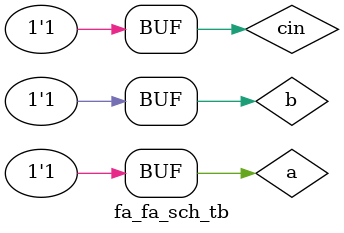
<source format=v>

`timescale 1ns / 1ps

module fa_fa_sch_tb();

// Inputs
   reg cin;
   reg a;
   reg b;

// Output
   wire sum;
   wire cout;

// Bidirs

// Instantiate the UUT
   fa UUT (
		.sum(sum), 
		.cin(cin), 
		.a(a), 
		.b(b), 
		.cout(cout)
   );
// Initialize Inputs
   initial begin
		#20 a = 0; b = 0; cin = 0;
		#20 a = 0; b = 0; cin = 1;
		#20 a = 0; b = 1; cin = 0;
		#20 a = 0; b = 1; cin = 1;
		#20 a = 1; b = 0; cin = 0;
		#20 a = 1; b = 0; cin = 1;
		#20 a = 1; b = 1; cin = 0;
		#20 a = 1; b = 1; cin = 1;
   end
endmodule

</source>
